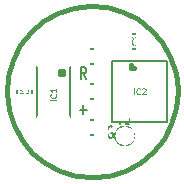
<source format=gto>
G04 (created by PCBNEW-RS274X (2011-05-25)-stable) date Mon 20 Aug 2012 19:38:16 BST*
G01*
G70*
G90*
%MOIN*%
G04 Gerber Fmt 3.4, Leading zero omitted, Abs format*
%FSLAX34Y34*%
G04 APERTURE LIST*
%ADD10C,0.006000*%
%ADD11C,0.015000*%
%ADD12C,0.005900*%
%ADD13C,0.005000*%
%ADD14C,0.007800*%
%ADD15C,0.002600*%
%ADD16C,0.000100*%
%ADD17C,0.004500*%
%ADD18C,0.003900*%
%ADD19C,0.012000*%
%ADD20C,0.003500*%
%ADD21R,0.045000X0.065000*%
%ADD22R,0.065000X0.045000*%
%ADD23C,0.065000*%
%ADD24R,0.055400X0.043600*%
%ADD25R,0.033700X0.067200*%
%ADD26R,0.142000X0.102700*%
G04 APERTURE END LIST*
G54D10*
G54D11*
X38287Y-38780D02*
X38386Y-38780D01*
X38287Y-38681D02*
X38287Y-38780D01*
X38386Y-38681D02*
X38287Y-38681D01*
G54D12*
X39160Y-38939D02*
X39068Y-38752D01*
X39003Y-38939D02*
X39003Y-38545D01*
X39108Y-38545D01*
X39134Y-38564D01*
X39147Y-38583D01*
X39160Y-38621D01*
X39160Y-38677D01*
X39147Y-38714D01*
X39134Y-38733D01*
X39108Y-38752D01*
X39003Y-38752D01*
X38970Y-39970D02*
X39180Y-39970D01*
X39075Y-40120D02*
X39075Y-39820D01*
G54D11*
X40650Y-38583D02*
X40748Y-38583D01*
X40650Y-38583D02*
X40650Y-38484D01*
X42224Y-39370D02*
X42169Y-39924D01*
X42008Y-40457D01*
X41747Y-40949D01*
X41395Y-41381D01*
X40965Y-41736D01*
X40475Y-42000D01*
X39943Y-42165D01*
X39389Y-42223D01*
X38836Y-42173D01*
X38301Y-42016D01*
X37808Y-41758D01*
X37374Y-41409D01*
X37016Y-40982D01*
X36747Y-40494D01*
X36579Y-39963D01*
X36517Y-39409D01*
X36563Y-38855D01*
X36717Y-38320D01*
X36972Y-37824D01*
X37318Y-37388D01*
X37742Y-37027D01*
X38228Y-36755D01*
X38758Y-36583D01*
X39311Y-36517D01*
X39865Y-36560D01*
X40402Y-36710D01*
X40899Y-36961D01*
X41338Y-37304D01*
X41702Y-37725D01*
X41977Y-38210D01*
X42153Y-38738D01*
X42222Y-39291D01*
X42224Y-39370D01*
G54D12*
X40033Y-40532D02*
X40007Y-40513D01*
X39968Y-40513D01*
X39928Y-40532D01*
X39902Y-40570D01*
X39889Y-40607D01*
X39876Y-40682D01*
X39876Y-40739D01*
X39889Y-40814D01*
X39902Y-40851D01*
X39928Y-40889D01*
X39968Y-40907D01*
X39994Y-40907D01*
X40033Y-40889D01*
X40046Y-40870D01*
X40046Y-40739D01*
X39994Y-40739D01*
G54D13*
X38920Y-37939D02*
X39820Y-37939D01*
X39820Y-37939D02*
X39820Y-38439D01*
X39820Y-38439D02*
X38920Y-38439D01*
X38920Y-38439D02*
X38920Y-37939D01*
X38920Y-39120D02*
X39820Y-39120D01*
X39820Y-39120D02*
X39820Y-39620D01*
X39820Y-39620D02*
X38920Y-39620D01*
X38920Y-39620D02*
X38920Y-39120D01*
X38920Y-40301D02*
X39820Y-40301D01*
X39820Y-40301D02*
X39820Y-40801D01*
X39820Y-40801D02*
X38920Y-40801D01*
X38920Y-40801D02*
X38920Y-40301D01*
X37356Y-38920D02*
X37356Y-39820D01*
X37356Y-39820D02*
X36856Y-39820D01*
X36856Y-39820D02*
X36856Y-38920D01*
X36856Y-38920D02*
X37356Y-38920D01*
X40298Y-37447D02*
X41198Y-37447D01*
X41198Y-37447D02*
X41198Y-37947D01*
X41198Y-37947D02*
X40298Y-37947D01*
X40298Y-37947D02*
X40298Y-37447D01*
X40769Y-40846D02*
X40762Y-40907D01*
X40745Y-40966D01*
X40716Y-41020D01*
X40677Y-41068D01*
X40629Y-41107D01*
X40575Y-41137D01*
X40516Y-41155D01*
X40455Y-41161D01*
X40394Y-41156D01*
X40335Y-41138D01*
X40280Y-41110D01*
X40232Y-41071D01*
X40193Y-41024D01*
X40163Y-40970D01*
X40144Y-40911D01*
X40138Y-40850D01*
X40143Y-40789D01*
X40160Y-40730D01*
X40188Y-40675D01*
X40226Y-40627D01*
X40273Y-40587D01*
X40327Y-40557D01*
X40386Y-40538D01*
X40447Y-40531D01*
X40507Y-40535D01*
X40567Y-40552D01*
X40622Y-40580D01*
X40670Y-40618D01*
X40711Y-40664D01*
X40741Y-40718D01*
X40761Y-40776D01*
X40768Y-40838D01*
X40769Y-40846D01*
G54D14*
X41850Y-40393D02*
X40040Y-40393D01*
X40040Y-40393D02*
X40040Y-38347D01*
X41850Y-38347D02*
X40040Y-38347D01*
X41850Y-40393D02*
X41850Y-38347D01*
X41850Y-38583D02*
X41771Y-38504D01*
X41693Y-38426D02*
X41614Y-38347D01*
G54D15*
X38425Y-38111D02*
X38425Y-38504D01*
X38425Y-38504D02*
X38524Y-38504D01*
X38524Y-38111D02*
X38524Y-38504D01*
X38425Y-38111D02*
X38524Y-38111D01*
X38169Y-38111D02*
X38169Y-38504D01*
X38169Y-38504D02*
X38268Y-38504D01*
X38268Y-38111D02*
X38268Y-38504D01*
X38169Y-38111D02*
X38268Y-38111D01*
X37914Y-38111D02*
X37914Y-38504D01*
X37914Y-38504D02*
X38013Y-38504D01*
X38013Y-38111D02*
X38013Y-38504D01*
X37914Y-38111D02*
X38013Y-38111D01*
X37658Y-38111D02*
X37658Y-38504D01*
X37658Y-38504D02*
X37757Y-38504D01*
X37757Y-38111D02*
X37757Y-38504D01*
X37658Y-38111D02*
X37757Y-38111D01*
X37658Y-40236D02*
X37658Y-40629D01*
X37658Y-40629D02*
X37757Y-40629D01*
X37757Y-40236D02*
X37757Y-40629D01*
X37658Y-40236D02*
X37757Y-40236D01*
X37914Y-40236D02*
X37914Y-40629D01*
X37914Y-40629D02*
X38013Y-40629D01*
X38013Y-40236D02*
X38013Y-40629D01*
X37914Y-40236D02*
X38013Y-40236D01*
X38169Y-40236D02*
X38169Y-40629D01*
X38169Y-40629D02*
X38268Y-40629D01*
X38268Y-40236D02*
X38268Y-40629D01*
X38169Y-40236D02*
X38268Y-40236D01*
X38425Y-40236D02*
X38425Y-40629D01*
X38425Y-40629D02*
X38524Y-40629D01*
X38524Y-40236D02*
X38524Y-40629D01*
X38425Y-40236D02*
X38524Y-40236D01*
G54D14*
X37540Y-38524D02*
X37540Y-40216D01*
X37540Y-40216D02*
X38642Y-40216D01*
X38642Y-40216D02*
X38642Y-38524D01*
X38642Y-38524D02*
X37540Y-38524D01*
G54D16*
X38435Y-38731D02*
X38433Y-38748D01*
X38428Y-38764D01*
X38420Y-38780D01*
X38409Y-38793D01*
X38395Y-38804D01*
X38380Y-38813D01*
X38363Y-38818D01*
X38346Y-38819D01*
X38330Y-38818D01*
X38313Y-38813D01*
X38298Y-38805D01*
X38284Y-38794D01*
X38273Y-38781D01*
X38265Y-38766D01*
X38259Y-38749D01*
X38258Y-38732D01*
X38259Y-38715D01*
X38264Y-38699D01*
X38272Y-38683D01*
X38282Y-38670D01*
X38296Y-38658D01*
X38311Y-38650D01*
X38327Y-38645D01*
X38345Y-38643D01*
X38361Y-38644D01*
X38378Y-38649D01*
X38393Y-38656D01*
X38407Y-38667D01*
X38418Y-38680D01*
X38427Y-38695D01*
X38432Y-38712D01*
X38434Y-38729D01*
X38435Y-38731D01*
G54D17*
X37219Y-39399D02*
X37086Y-39459D01*
X37219Y-39502D02*
X36939Y-39502D01*
X36939Y-39434D01*
X36953Y-39416D01*
X36966Y-39408D01*
X36993Y-39399D01*
X37033Y-39399D01*
X37059Y-39408D01*
X37073Y-39416D01*
X37086Y-39434D01*
X37086Y-39502D01*
X37219Y-39228D02*
X37219Y-39331D01*
X37219Y-39279D02*
X36939Y-39279D01*
X36979Y-39296D01*
X37006Y-39314D01*
X37019Y-39331D01*
X40719Y-37810D02*
X40659Y-37677D01*
X40616Y-37810D02*
X40616Y-37530D01*
X40684Y-37530D01*
X40702Y-37544D01*
X40710Y-37557D01*
X40719Y-37584D01*
X40719Y-37624D01*
X40710Y-37650D01*
X40702Y-37664D01*
X40684Y-37677D01*
X40616Y-37677D01*
X40787Y-37557D02*
X40796Y-37544D01*
X40813Y-37530D01*
X40856Y-37530D01*
X40873Y-37544D01*
X40882Y-37557D01*
X40890Y-37584D01*
X40890Y-37610D01*
X40882Y-37650D01*
X40779Y-37810D01*
X40890Y-37810D01*
G54D13*
X40306Y-40428D02*
X40306Y-40228D01*
X40382Y-40228D01*
X40401Y-40237D01*
X40410Y-40247D01*
X40420Y-40266D01*
X40420Y-40295D01*
X40410Y-40314D01*
X40401Y-40323D01*
X40382Y-40333D01*
X40306Y-40333D01*
X40496Y-40247D02*
X40506Y-40237D01*
X40525Y-40228D01*
X40572Y-40228D01*
X40591Y-40237D01*
X40601Y-40247D01*
X40610Y-40266D01*
X40610Y-40285D01*
X40601Y-40314D01*
X40487Y-40428D01*
X40610Y-40428D01*
G54D18*
X40753Y-39449D02*
X40753Y-39252D01*
X40959Y-39430D02*
X40950Y-39440D01*
X40922Y-39449D01*
X40903Y-39449D01*
X40875Y-39440D01*
X40856Y-39421D01*
X40847Y-39402D01*
X40838Y-39365D01*
X40838Y-39337D01*
X40847Y-39299D01*
X40856Y-39280D01*
X40875Y-39262D01*
X40903Y-39252D01*
X40922Y-39252D01*
X40950Y-39262D01*
X40959Y-39271D01*
X41035Y-39271D02*
X41044Y-39262D01*
X41063Y-39252D01*
X41110Y-39252D01*
X41128Y-39262D01*
X41138Y-39271D01*
X41147Y-39290D01*
X41147Y-39309D01*
X41138Y-39337D01*
X41025Y-39449D01*
X41147Y-39449D01*
G54D19*
G54D18*
X38170Y-39660D02*
X37973Y-39660D01*
X38151Y-39454D02*
X38161Y-39463D01*
X38170Y-39491D01*
X38170Y-39510D01*
X38161Y-39538D01*
X38142Y-39557D01*
X38123Y-39566D01*
X38086Y-39575D01*
X38058Y-39575D01*
X38020Y-39566D01*
X38001Y-39557D01*
X37983Y-39538D01*
X37973Y-39510D01*
X37973Y-39491D01*
X37983Y-39463D01*
X37992Y-39454D01*
X38170Y-39266D02*
X38170Y-39378D01*
X38170Y-39322D02*
X37973Y-39322D01*
X38001Y-39341D01*
X38020Y-39360D01*
X38030Y-39378D01*
G54D20*
G54D13*
%LPC*%
G54D21*
X39070Y-38189D03*
X39670Y-38189D03*
X39070Y-39370D03*
X39670Y-39370D03*
X39070Y-40551D03*
X39670Y-40551D03*
G54D22*
X37106Y-39070D03*
X37106Y-39670D03*
G54D21*
X40448Y-37697D03*
X41048Y-37697D03*
G54D23*
X40453Y-40846D03*
G54D24*
X40335Y-38583D03*
X40335Y-38977D03*
X40335Y-39370D03*
X40335Y-39763D03*
X40335Y-40157D03*
X41555Y-40157D03*
X41555Y-39763D03*
X41555Y-39370D03*
X41555Y-38977D03*
X41555Y-38583D03*
G54D25*
X38474Y-38219D03*
X38218Y-38219D03*
X37964Y-38219D03*
X37708Y-38219D03*
X37708Y-40521D03*
X37964Y-40521D03*
X38218Y-40521D03*
X38474Y-40521D03*
G54D26*
X39370Y-41535D03*
X39370Y-37205D03*
M02*

</source>
